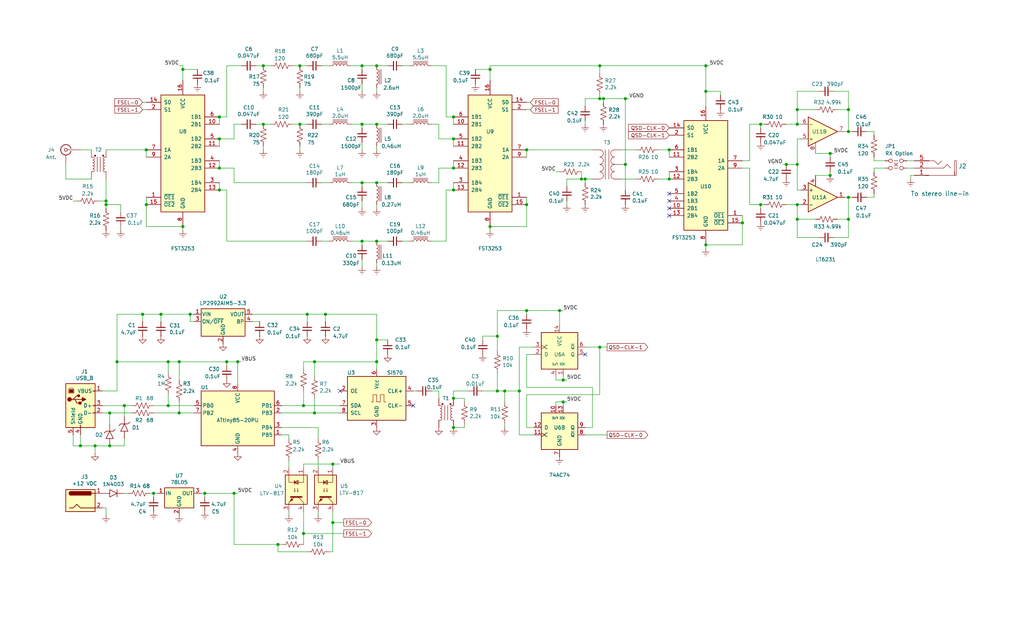
<source format=kicad_sch>
(kicad_sch (version 20211123) (generator eeschema)
  (paper "USLegal")
  (title_block (title "Softrock Ensemble II RX") (company "Notional Radio Manufacturing"))
  (junction (at 182.88 107.95))
  (junction (at 33.02 154.94))
  (junction (at 104.14 43.18))
  (junction (at 180.34 135.89))
  (junction (at 36.83 69.85))
  (junction (at 50.8 52.07))
  (junction (at 172.72 116.84))
  (junction (at 208.28 22.86))
  (junction (at 130.81 63.5))
  (junction (at 78.74 125.73))
  (junction (at 217.17 57.15))
  (junction (at 276.86 43.18))
  (junction (at 170.18 78.74))
  (junction (at 157.48 148.59))
  (junction (at 91.44 22.86))
  (junction (at 245.11 22.86))
  (junction (at 115.57 161.29))
  (junction (at 201.93 62.23))
  (junction (at 82.55 125.73))
  (junction (at 109.22 143.51))
  (junction (at 63.5 24.13))
  (junction (at 115.57 181.61))
  (junction (at 195.58 139.7))
  (junction (at 172.72 135.89))
  (junction (at 208.28 34.29))
  (junction (at 106.68 109.22))
  (junction (at 288.29 53.34))
  (junction (at 27.94 154.94))
  (junction (at 195.58 132.08))
  (junction (at 294.64 68.58))
  (junction (at 53.34 171.45))
  (junction (at 96.52 189.23))
  (junction (at 294.64 76.2))
  (junction (at 105.41 185.42))
  (junction (at 81.28 171.45))
  (junction (at 217.17 34.29))
  (junction (at 157.48 40.64))
  (junction (at 109.22 125.73))
  (junction (at 104.14 22.86))
  (junction (at 62.23 125.73))
  (junction (at 91.44 43.18))
  (junction (at 113.03 109.22))
  (junction (at 232.41 52.07))
  (junction (at 294.64 45.72))
  (junction (at 40.64 125.73))
  (junction (at 245.11 85.09))
  (junction (at 50.8 71.12))
  (junction (at 203.2 62.23))
  (junction (at 125.73 63.5))
  (junction (at 130.81 22.86))
  (junction (at 157.48 58.42))
  (junction (at 182.88 71.12))
  (junction (at 125.73 83.82))
  (junction (at 76.2 40.64))
  (junction (at 264.16 71.12))
  (junction (at 276.86 57.15))
  (junction (at 245.11 31.75))
  (junction (at 175.26 135.89))
  (junction (at 170.18 24.13))
  (junction (at 49.53 109.22))
  (junction (at 232.41 62.23))
  (junction (at 157.48 48.26))
  (junction (at 63.5 78.74))
  (junction (at 130.81 83.82))
  (junction (at 209.55 34.29))
  (junction (at 66.04 109.22))
  (junction (at 43.18 140.97))
  (junction (at 264.16 43.18))
  (junction (at 130.81 118.11))
  (junction (at 130.81 43.18))
  (junction (at 58.42 125.73))
  (junction (at 71.12 171.45))
  (junction (at 276.86 38.1))
  (junction (at 125.73 43.18))
  (junction (at 182.88 52.07))
  (junction (at 76.2 48.26))
  (junction (at 130.81 125.73))
  (junction (at 76.2 58.42))
  (junction (at 257.81 77.47))
  (junction (at 294.64 38.1))
  (junction (at 38.1 154.94))
  (junction (at 76.2 66.04))
  (junction (at 38.1 143.51))
  (junction (at 194.31 107.95))
  (junction (at 157.48 138.43))
  (junction (at 62.23 143.51))
  (junction (at 105.41 140.97))
  (junction (at 157.48 66.04))
  (junction (at 58.42 140.97))
  (junction (at 276.86 76.2))
  (junction (at 55.88 109.22))
  (junction (at 208.28 120.65))
  (junction (at 276.86 71.12))
  (junction (at 288.29 60.96))
  (junction (at 273.05 57.15))
  (junction (at 125.73 22.86))
  (junction (at 36.83 71.12))
  (no_connect (at 232.41 67.31))
  (no_connect (at 143.51 140.97))
  (no_connect (at 118.11 135.89))
  (no_connect (at 203.2 123.19))
  (no_connect (at 232.41 74.93))
  (no_connect (at 232.41 72.39))
  (no_connect (at 232.41 69.85))
  (wire (pts (xy 111.76 63.5) (xy 114.3 63.5)))
  (wire (pts (xy 114.3 191.77) (xy 115.57 191.77)))
  (wire (pts (xy 125.73 22.86) (xy 130.81 22.86)))
  (wire (pts (xy 182.88 71.12) (xy 182.88 78.74)))
  (wire (pts (xy 130.81 63.5) (xy 134.62 63.5)))
  (wire (pts (xy 154.94 40.64) (xy 154.94 22.86)))
  (wire (pts (xy 167.64 116.84) (xy 167.64 118.11)))
  (wire (pts (xy 152.4 135.89) (xy 152.4 138.43)))
  (wire (pts (xy 104.14 22.86) (xy 106.68 22.86)))
  (wire (pts (xy 97.79 148.59) (xy 110.49 148.59)))
  (wire (pts (xy 38.1 143.51) (xy 35.56 143.51)))
  (wire (pts (xy 25.4 154.94) (xy 27.94 154.94)))
  (wire (pts (xy 196.85 64.77) (xy 196.85 62.23)))
  (wire (pts (xy 276.86 71.12) (xy 276.86 76.2)))
  (wire (pts (xy 203.2 34.29) (xy 208.28 34.29)))
  (wire (pts (xy 260.35 71.12) (xy 264.16 71.12)))
  (wire (pts (xy 76.2 58.42) (xy 81.28 58.42)))
  (wire (pts (xy 66.04 111.76) (xy 66.04 109.22)))
  (wire (pts (xy 143.51 135.89) (xy 144.78 135.89)))
  (wire (pts (xy 125.73 69.85) (xy 125.73 72.39)))
  (wire (pts (xy 53.34 140.97) (xy 58.42 140.97)))
  (wire (pts (xy 100.33 177.8) (xy 100.33 179.07)))
  (wire (pts (xy 182.88 109.22) (xy 182.88 107.95)))
  (wire (pts (xy 35.56 140.97) (xy 43.18 140.97)))
  (wire (pts (xy 81.28 58.42) (xy 81.28 63.5)))
  (wire (pts (xy 58.42 140.97) (xy 67.31 140.97)))
  (wire (pts (xy 76.2 50.8) (xy 76.2 48.26)))
  (wire (pts (xy 276.86 71.12) (xy 278.13 71.12)))
  (wire (pts (xy 294.64 68.58) (xy 294.64 76.2)))
  (wire (pts (xy 294.64 45.72) (xy 295.91 45.72)))
  (wire (pts (xy 172.72 107.95) (xy 172.72 116.84)))
  (wire (pts (xy 121.92 22.86) (xy 125.73 22.86)))
  (wire (pts (xy 193.04 59.69) (xy 194.31 59.69)))
  (wire (pts (xy 38.1 147.32) (xy 38.1 143.51)))
  (wire (pts (xy 36.83 69.85) (xy 36.83 71.12)))
  (wire (pts (xy 288.29 53.34) (xy 289.56 53.34)))
  (wire (pts (xy 205.74 134.62) (xy 182.88 134.62)))
  (wire (pts (xy 293.37 68.58) (xy 294.64 68.58)))
  (wire (pts (xy 232.41 62.23) (xy 232.41 59.69)))
  (wire (pts (xy 316.23 60.96) (xy 316.23 62.23)))
  (wire (pts (xy 193.04 140.97) (xy 193.04 139.7)))
  (wire (pts (xy 161.29 147.32) (xy 161.29 148.59)))
  (wire (pts (xy 195.58 139.7) (xy 196.85 139.7)))
  (wire (pts (xy 130.81 125.73) (xy 130.81 128.27)))
  (wire (pts (xy 115.57 177.8) (xy 115.57 181.61)))
  (wire (pts (xy 111.76 22.86) (xy 114.3 22.86)))
  (wire (pts (xy 172.72 116.84) (xy 172.72 121.92)))
  (wire (pts (xy 217.17 34.29) (xy 218.44 34.29)))
  (wire (pts (xy 260.35 58.42) (xy 260.35 71.12)))
  (wire (pts (xy 303.53 68.58) (xy 303.53 67.31)))
  (wire (pts (xy 194.31 107.95) (xy 195.58 107.95)))
  (wire (pts (xy 71.12 172.72) (xy 71.12 171.45)))
  (wire (pts (xy 31.75 62.23) (xy 22.86 62.23)))
  (wire (pts (xy 276.86 43.18) (xy 276.86 38.1)))
  (wire (pts (xy 125.73 63.5) (xy 130.81 63.5)))
  (wire (pts (xy 104.14 50.8) (xy 104.14 52.07)))
  (wire (pts (xy 100.33 160.02) (xy 100.33 162.56)))
  (wire (pts (xy 33.02 154.94) (xy 33.02 157.48)))
  (wire (pts (xy 157.48 43.18) (xy 157.48 40.64)))
  (wire (pts (xy 288.29 54.61) (xy 288.29 53.34)))
  (wire (pts (xy 78.74 66.04) (xy 78.74 83.82)))
  (wire (pts (xy 157.48 63.5) (xy 157.48 66.04)))
  (wire (pts (xy 97.79 189.23) (xy 96.52 189.23)))
  (wire (pts (xy 161.29 138.43) (xy 161.29 139.7)))
  (wire (pts (xy 208.28 34.29) (xy 209.55 34.29)))
  (wire (pts (xy 125.73 44.45) (xy 125.73 43.18)))
  (wire (pts (xy 97.79 143.51) (xy 109.22 143.51)))
  (wire (pts (xy 62.23 22.86) (xy 63.5 22.86)))
  (wire (pts (xy 260.35 55.88) (xy 260.35 43.18)))
  (wire (pts (xy 81.28 48.26) (xy 81.28 43.18)))
  (wire (pts (xy 264.16 72.39) (xy 264.16 71.12)))
  (wire (pts (xy 104.14 43.18) (xy 106.68 43.18)))
  (wire (pts (xy 203.2 151.13) (xy 210.82 151.13)))
  (wire (pts (xy 257.81 58.42) (xy 260.35 58.42)))
  (wire (pts (xy 130.81 30.48) (xy 130.81 31.75)))
  (wire (pts (xy 27.94 52.07) (xy 31.75 52.07)))
  (wire (pts (xy 245.11 36.83) (xy 245.11 31.75)))
  (wire (pts (xy 125.73 24.13) (xy 125.73 22.86)))
  (wire (pts (xy 68.58 24.13) (xy 63.5 24.13)))
  (wire (pts (xy 157.48 148.59) (xy 161.29 148.59)))
  (wire (pts (xy 170.18 27.94) (xy 170.18 24.13)))
  (wire (pts (xy 113.03 109.22) (xy 130.81 109.22)))
  (wire (pts (xy 278.13 43.18) (xy 276.86 43.18)))
  (wire (pts (xy 34.29 69.85) (xy 36.83 69.85)))
  (wire (pts (xy 278.13 48.26) (xy 276.86 48.26)))
  (wire (pts (xy 38.1 154.94) (xy 43.18 154.94)))
  (wire (pts (xy 78.74 40.64) (xy 78.74 22.86)))
  (wire (pts (xy 264.16 43.18) (xy 265.43 43.18)))
  (wire (pts (xy 185.42 120.65) (xy 180.34 120.65)))
  (wire (pts (xy 250.19 33.02) (xy 250.19 31.75)))
  (wire (pts (xy 288.29 59.69) (xy 288.29 60.96)))
  (wire (pts (xy 125.73 85.09) (xy 125.73 83.82)))
  (wire (pts (xy 130.81 50.8) (xy 130.81 52.07)))
  (wire (pts (xy 110.49 160.02) (xy 110.49 162.56)))
  (wire (pts (xy 167.64 135.89) (xy 172.72 135.89)))
  (wire (pts (xy 170.18 24.13) (xy 170.18 22.86)))
  (wire (pts (xy 294.64 31.75) (xy 294.64 38.1)))
  (wire (pts (xy 125.73 49.53) (xy 125.73 52.07)))
  (wire (pts (xy 250.19 31.75) (xy 245.11 31.75)))
  (wire (pts (xy 215.9 57.15) (xy 217.17 57.15)))
  (wire (pts (xy 170.18 78.74) (xy 170.18 80.01)))
  (wire (pts (xy 284.48 31.75) (xy 276.86 31.75)))
  (wire (pts (xy 100.33 151.13) (xy 100.33 152.4)))
  (wire (pts (xy 157.48 135.89) (xy 157.48 138.43)))
  (wire (pts (xy 58.42 125.73) (xy 62.23 125.73)))
  (wire (pts (xy 62.23 139.7) (xy 62.23 143.51)))
  (wire (pts (xy 172.72 107.95) (xy 182.88 107.95)))
  (wire (pts (xy 154.94 66.04) (xy 154.94 83.82)))
  (wire (pts (xy 91.44 43.18) (xy 93.98 43.18)))
  (wire (pts (xy 193.04 139.7) (xy 195.58 139.7)))
  (wire (pts (xy 139.7 22.86) (xy 142.24 22.86)))
  (wire (pts (xy 87.63 109.22) (xy 106.68 109.22)))
  (wire (pts (xy 63.5 22.86) (xy 63.5 24.13)))
  (wire (pts (xy 109.22 143.51) (xy 118.11 143.51)))
  (wire (pts (xy 195.58 132.08) (xy 196.85 132.08)))
  (wire (pts (xy 303.53 54.61) (xy 303.53 55.88)))
  (wire (pts (xy 49.53 111.76) (xy 49.53 109.22)))
  (wire (pts (xy 40.64 125.73) (xy 58.42 125.73)))
  (wire (pts (xy 139.7 43.18) (xy 142.24 43.18)))
  (wire (pts (xy 157.48 55.88) (xy 157.48 58.42)))
  (wire (pts (xy 294.64 68.58) (xy 295.91 68.58)))
  (wire (pts (xy 121.92 43.18) (xy 125.73 43.18)))
  (wire (pts (xy 67.31 143.51) (xy 62.23 143.51)))
  (wire (pts (xy 119.38 181.61) (xy 115.57 181.61)))
  (wire (pts (xy 167.64 116.84) (xy 172.72 116.84)))
  (wire (pts (xy 36.83 52.07) (xy 50.8 52.07)))
  (wire (pts (xy 121.92 63.5) (xy 125.73 63.5)))
  (wire (pts (xy 203.2 63.5) (xy 203.2 62.23)))
  (wire (pts (xy 276.86 66.04) (xy 278.13 66.04)))
  (wire (pts (xy 276.86 48.26) (xy 276.86 57.15)))
  (wire (pts (xy 314.96 58.42) (xy 317.5 58.42)))
  (wire (pts (xy 55.88 109.22) (xy 66.04 109.22)))
  (wire (pts (xy 157.48 138.43) (xy 161.29 138.43)))
  (wire (pts (xy 76.2 63.5) (xy 76.2 66.04)))
  (wire (pts (xy 36.83 71.12) (xy 36.83 72.39)))
  (wire (pts (xy 50.8 54.61) (xy 50.8 52.07)))
  (wire (pts (xy 271.78 57.15) (xy 273.05 57.15)))
  (wire (pts (xy 180.34 151.13) (xy 185.42 151.13)))
  (wire (pts (xy 78.74 22.86) (xy 83.82 22.86)))
  (wire (pts (xy 113.03 111.76) (xy 113.03 109.22)))
  (wire (pts (xy 130.81 71.12) (xy 130.81 72.39)))
  (wire (pts (xy 215.9 52.07) (xy 220.98 52.07)))
  (wire (pts (xy 105.41 125.73) (xy 109.22 125.73)))
  (wire (pts (xy 157.48 48.26) (xy 157.48 50.8)))
  (wire (pts (xy 50.8 71.12) (xy 50.8 78.74)))
  (wire (pts (xy 105.41 128.27) (xy 105.41 125.73)))
  (wire (pts (xy 257.81 55.88) (xy 260.35 55.88)))
  (wire (pts (xy 130.81 118.11) (xy 130.81 125.73)))
  (wire (pts (xy 104.14 30.48) (xy 104.14 31.75)))
  (wire (pts (xy 105.41 162.56) (xy 105.41 161.29)))
  (wire (pts (xy 88.9 43.18) (xy 91.44 43.18)))
  (wire (pts (xy 125.73 29.21) (xy 125.73 31.75)))
  (wire (pts (xy 53.34 172.72) (xy 53.34 171.45)))
  (wire (pts (xy 194.31 113.03) (xy 194.31 107.95)))
  (wire (pts (xy 62.23 143.51) (xy 53.34 143.51)))
  (wire (pts (xy 264.16 44.45) (xy 264.16 43.18)))
  (wire (pts (xy 180.34 120.65) (xy 180.34 135.89)))
  (wire (pts (xy 294.64 76.2) (xy 290.83 76.2)))
  (wire (pts (xy 205.74 148.59) (xy 205.74 134.62)))
  (wire (pts (xy 245.11 31.75) (xy 245.11 22.86)))
  (wire (pts (xy 58.42 137.16) (xy 58.42 140.97)))
  (wire (pts (xy 185.42 148.59) (xy 182.88 148.59)))
  (wire (pts (xy 245.11 22.86) (xy 208.28 22.86)))
  (wire (pts (xy 125.73 64.77) (xy 125.73 63.5)))
  (wire (pts (xy 78.74 127) (xy 78.74 125.73)))
  (wire (pts (xy 81.28 189.23) (xy 96.52 189.23)))
  (wire (pts (xy 208.28 33.02) (xy 208.28 34.29)))
  (wire (pts (xy 273.05 71.12) (xy 276.86 71.12)))
  (wire (pts (xy 63.5 78.74) (xy 63.5 80.01)))
  (wire (pts (xy 81.28 63.5) (xy 106.68 63.5)))
  (wire (pts (xy 303.53 58.42) (xy 307.34 58.42)))
  (wire (pts (xy 162.56 135.89) (xy 157.48 135.89)))
  (wire (pts (xy 78.74 125.73) (xy 82.55 125.73)))
  (wire (pts (xy 209.55 35.56) (xy 209.55 34.29)))
  (wire (pts (xy 149.86 135.89) (xy 152.4 135.89)))
  (wire (pts (xy 182.88 52.07) (xy 205.74 52.07)))
  (wire (pts (xy 66.04 109.22) (xy 67.31 109.22)))
  (wire (pts (xy 193.04 130.81) (xy 193.04 132.08)))
  (wire (pts (xy 43.18 140.97) (xy 43.18 144.78)))
  (wire (pts (xy 196.85 62.23) (xy 201.93 62.23)))
  (wire (pts (xy 182.88 38.1) (xy 184.15 38.1)))
  (wire (pts (xy 273.05 43.18) (xy 276.86 43.18)))
  (wire (pts (xy 97.79 151.13) (xy 100.33 151.13)))
  (wire (pts (xy 149.86 83.82) (xy 154.94 83.82)))
  (wire (pts (xy 109.22 138.43) (xy 109.22 143.51)))
  (wire (pts (xy 257.81 74.93) (xy 257.81 77.47)))
  (wire (pts (xy 52.07 171.45) (xy 53.34 171.45)))
  (wire (pts (xy 203.2 120.65) (xy 208.28 120.65)))
  (wire (pts (xy 264.16 71.12) (xy 265.43 71.12)))
  (wire (pts (xy 284.48 82.55) (xy 276.86 82.55)))
  (wire (pts (xy 314.96 55.88) (xy 317.5 55.88)))
  (wire (pts (xy 35.56 176.53) (xy 36.83 176.53)))
  (wire (pts (xy 172.72 129.54) (xy 172.72 135.89)))
  (wire (pts (xy 203.2 62.23) (xy 205.74 62.23)))
  (wire (pts (xy 115.57 161.29) (xy 105.41 161.29)))
  (wire (pts (xy 180.34 135.89) (xy 180.34 151.13)))
  (wire (pts (xy 293.37 45.72) (xy 294.64 45.72)))
  (wire (pts (xy 300.99 68.58) (xy 303.53 68.58)))
  (wire (pts (xy 130.81 91.44) (xy 130.81 92.71)))
  (wire (pts (xy 35.56 135.89) (xy 40.64 135.89)))
  (wire (pts (xy 130.81 22.86) (xy 134.62 22.86)))
  (wire (pts (xy 115.57 162.56) (xy 115.57 161.29)))
  (wire (pts (xy 276.86 38.1) (xy 283.21 38.1)))
  (wire (pts (xy 317.5 60.96) (xy 316.23 60.96)))
  (wire (pts (xy 40.64 135.89) (xy 40.64 125.73)))
  (wire (pts (xy 49.53 35.56) (xy 50.8 35.56)))
  (wire (pts (xy 228.6 62.23) (xy 232.41 62.23)))
  (wire (pts (xy 289.56 82.55) (xy 294.64 82.55)))
  (wire (pts (xy 27.94 151.13) (xy 27.94 154.94)))
  (wire (pts (xy 245.11 22.86) (xy 246.38 22.86)))
  (wire (pts (xy 36.83 62.23) (xy 36.83 69.85)))
  (wire (pts (xy 195.58 132.08) (xy 195.58 130.81)))
  (wire (pts (xy 196.85 69.85) (xy 196.85 71.12)))
  (wire (pts (xy 111.76 83.82) (xy 114.3 83.82)))
  (wire (pts (xy 41.91 71.12) (xy 36.83 71.12)))
  (wire (pts (xy 110.49 148.59) (xy 110.49 152.4)))
  (wire (pts (xy 130.81 83.82) (xy 134.62 83.82)))
  (wire (pts (xy 43.18 152.4) (xy 43.18 154.94)))
  (wire (pts (xy 71.12 171.45) (xy 81.28 171.45)))
  (wire (pts (xy 49.53 38.1) (xy 50.8 38.1)))
  (wire (pts (xy 50.8 78.74) (xy 63.5 78.74)))
  (wire (pts (xy 45.72 143.51) (xy 38.1 143.51)))
  (wire (pts (xy 149.86 43.18) (xy 152.4 43.18)))
  (wire (pts (xy 152.4 58.42) (xy 152.4 63.5)))
  (wire (pts (xy 208.28 137.16) (xy 208.28 120.65)))
  (wire (pts (xy 33.02 154.94) (xy 38.1 154.94)))
  (wire (pts (xy 121.92 83.82) (xy 125.73 83.82)))
  (wire (pts (xy 182.88 52.07) (xy 182.88 54.61)))
  (wire (pts (xy 69.85 171.45) (xy 71.12 171.45)))
  (wire (pts (xy 182.88 35.56) (xy 184.15 35.56)))
  (wire (pts (xy 49.53 109.22) (xy 55.88 109.22)))
  (wire (pts (xy 208.28 120.65) (xy 210.82 120.65)))
  (wire (pts (xy 228.6 52.07) (xy 232.41 52.07)))
  (wire (pts (xy 76.2 55.88) (xy 76.2 58.42)))
  (wire (pts (xy 294.64 82.55) (xy 294.64 76.2)))
  (wire (pts (xy 149.86 22.86) (xy 154.94 22.86)))
  (wire (pts (xy 62.23 125.73) (xy 78.74 125.73)))
  (wire (pts (xy 27.94 154.94) (xy 33.02 154.94)))
  (wire (pts (xy 195.58 139.7) (xy 195.58 140.97)))
  (wire (pts (xy 91.44 22.86) (xy 93.98 22.86)))
  (wire (pts (xy 40.64 109.22) (xy 49.53 109.22)))
  (wire (pts (xy 139.7 63.5) (xy 142.24 63.5)))
  (wire (pts (xy 109.22 125.73) (xy 109.22 130.81)))
  (wire (pts (xy 26.67 69.85) (xy 25.4 69.85)))
  (wire (pts (xy 36.83 176.53) (xy 36.83 179.07)))
  (wire (pts (xy 87.63 111.76) (xy 90.17 111.76)))
  (wire (pts (xy 40.64 125.73) (xy 40.64 109.22)))
  (wire (pts (xy 203.2 148.59) (xy 205.74 148.59)))
  (wire (pts (xy 81.28 171.45) (xy 82.55 171.45)))
  (wire (pts (xy 182.88 78.74) (xy 170.18 78.74)))
  (wire (pts (xy 257.81 85.09) (xy 245.11 85.09)))
  (wire (pts (xy 81.28 43.18) (xy 83.82 43.18)))
  (wire (pts (xy 289.56 31.75) (xy 294.64 31.75)))
  (wire (pts (xy 294.64 38.1) (xy 290.83 38.1)))
  (wire (pts (xy 217.17 57.15) (xy 217.17 66.04)))
  (wire (pts (xy 276.86 57.15) (xy 276.86 66.04)))
  (wire (pts (xy 134.62 118.11) (xy 130.81 118.11)))
  (wire (pts (xy 105.41 185.42) (xy 119.38 185.42)))
  (wire (pts (xy 55.88 111.76) (xy 55.88 109.22)))
  (wire (pts (xy 283.21 60.96) (xy 288.29 60.96)))
  (wire (pts (xy 170.18 22.86) (xy 208.28 22.86)))
  (wire (pts (xy 175.26 147.32) (xy 175.26 148.59)))
  (wire (pts (xy 294.64 45.72) (xy 294.64 38.1)))
  (wire (pts (xy 105.41 185.42) (xy 105.41 189.23)))
  (wire (pts (xy 88.9 22.86) (xy 91.44 22.86)))
  (wire (pts (xy 110.49 177.8) (xy 110.49 179.07)))
  (wire (pts (xy 217.17 34.29) (xy 217.17 57.15)))
  (wire (pts (xy 76.2 66.04) (xy 78.74 66.04)))
  (wire (pts (xy 209.55 34.29) (xy 217.17 34.29)))
  (wire (pts (xy 175.26 139.7) (xy 175.26 135.89)))
  (wire (pts (xy 139.7 83.82) (xy 142.24 83.82)))
  (wire (pts (xy 130.81 43.18) (xy 134.62 43.18)))
  (wire (pts (xy 303.53 59.69) (xy 303.53 58.42)))
  (wire (pts (xy 82.55 125.73) (xy 83.82 125.73)))
  (wire (pts (xy 201.93 59.69) (xy 201.93 62.23)))
  (wire (pts (xy 91.44 50.8) (xy 91.44 52.07)))
  (wire (pts (xy 273.05 57.15) (xy 276.86 57.15)))
  (wire (pts (xy 203.2 41.91) (xy 203.2 43.18)))
  (wire (pts (xy 245.11 86.36) (xy 245.11 85.09)))
  (wire (pts (xy 182.88 137.16) (xy 208.28 137.16)))
  (wire (pts (xy 182.88 107.95) (xy 194.31 107.95)))
  (wire (pts (xy 215.9 62.23) (xy 220.98 62.23)))
  (wire (pts (xy 106.68 191.77) (xy 96.52 191.77)))
  (wire (pts (xy 76.2 40.64) (xy 78.74 40.64)))
  (wire (pts (xy 208.28 25.4) (xy 208.28 22.86)))
  (wire (pts (xy 303.53 45.72) (xy 303.53 46.99)))
  (wire (pts (xy 82.55 125.73) (xy 82.55 133.35)))
  (wire (pts (xy 232.41 52.07) (xy 232.41 54.61)))
  (wire (pts (xy 152.4 48.26) (xy 157.48 48.26)))
  (wire (pts (xy 67.31 111.76) (xy 66.04 111.76)))
  (wire (pts (xy 175.26 135.89) (xy 180.34 135.89)))
  (wire (pts (xy 109.22 125.73) (xy 130.81 125.73)))
  (wire (pts (xy 157.48 66.04) (xy 154.94 66.04)))
  (wire (pts (xy 118.11 161.29) (xy 115.57 161.29)))
  (wire (pts (xy 149.86 63.5) (xy 152.4 63.5)))
  (wire (pts (xy 276.86 31.75) (xy 276.86 38.1)))
  (wire (pts (xy 105.41 140.97) (xy 118.11 140.97)))
  (wire (pts (xy 22.86 62.23) (xy 22.86 57.15)))
  (wire (pts (xy 105.41 135.89) (xy 105.41 140.97)))
  (wire (pts (xy 182.88 134.62) (xy 182.88 123.19)))
  (wire (pts (xy 193.04 132.08) (xy 195.58 132.08)))
  (wire (pts (xy 201.93 62.23) (xy 203.2 62.23)))
  (wire (pts (xy 76.2 43.18) (xy 76.2 40.64)))
  (wire (pts (xy 172.72 135.89) (xy 175.26 135.89)))
  (wire (pts (xy 303.53 55.88) (xy 307.34 55.88)))
  (wire (pts (xy 300.99 45.72) (xy 303.53 45.72)))
  (wire (pts (xy 130.81 109.22) (xy 130.81 118.11)))
  (wire (pts (xy 182.88 123.19) (xy 185.42 123.19)))
  (wire (pts (xy 111.76 43.18) (xy 114.3 43.18)))
  (wire (pts (xy 81.28 189.23) (xy 81.28 171.45)))
  (wire (pts (xy 203.2 36.83) (xy 203.2 34.29)))
  (wire (pts (xy 182.88 148.59) (xy 182.88 137.16)))
  (wire (pts (xy 41.91 78.74) (xy 41.91 80.01)))
  (wire (pts (xy 41.91 73.66) (xy 41.91 71.12)))
  (wire (pts (xy 97.79 140.97) (xy 105.41 140.97)))
  (wire (pts (xy 260.35 43.18) (xy 264.16 43.18)))
  (wire (pts (xy 96.52 189.23) (xy 96.52 191.77)))
  (wire (pts (xy 165.1 24.13) (xy 170.18 24.13)))
  (wire (pts (xy 106.68 109.22) (xy 113.03 109.22)))
  (wire (pts (xy 101.6 43.18) (xy 104.14 43.18)))
  (wire (pts (xy 152.4 43.18) (xy 152.4 48.26)))
  (wire (pts (xy 53.34 171.45) (xy 54.61 171.45)))
  (wire (pts (xy 105.41 177.8) (xy 105.41 185.42)))
  (wire (pts (xy 43.18 171.45) (xy 44.45 171.45)))
  (wire (pts (xy 106.68 111.76) (xy 106.68 109.22)))
  (wire (pts (xy 78.74 83.82) (xy 106.68 83.82)))
  (wire (pts (xy 157.48 58.42) (xy 152.4 58.42)))
  (wire (pts (xy 125.73 83.82) (xy 130.81 83.82)))
  (wire (pts (xy 157.48 40.64) (xy 154.94 40.64)))
  (wire (pts (xy 276.86 76.2) (xy 283.21 76.2)))
  (wire (pts (xy 43.18 140.97) (xy 45.72 140.97)))
  (wire (pts (xy 76.2 48.26) (xy 81.28 48.26)))
  (wire (pts (xy 115.57 181.61) (xy 115.57 191.77)))
  (wire (pts (xy 58.42 129.54) (xy 58.42 125.73)))
  (wire (pts (xy 257.81 77.47) (xy 257.81 85.09)))
  (wire (pts (xy 276.86 82.55) (xy 276.86 76.2)))
  (wire (pts (xy 125.73 43.18) (xy 130.81 43.18)))
  (wire (pts (xy 91.44 30.48) (xy 91.44 31.75)))
  (wire (pts (xy 62.23 132.08) (xy 62.23 125.73)))
  (wire (pts (xy 101.6 22.86) (xy 104.14 22.86)))
  (wire (pts (xy 182.88 68.58) (xy 182.88 71.12)))
  (wire (pts (xy 63.5 24.13) (xy 63.5 27.94)))
  (wire (pts (xy 50.8 68.58) (xy 50.8 71.12)))
  (wire (pts (xy 25.4 151.13) (xy 25.4 154.94)))
  (wire (pts (xy 125.73 90.17) (xy 125.73 92.71)))
  (wire (pts (xy 283.21 53.34) (xy 288.29 53.34)))
  (label "VGND" (at 271.78 57.15 180))
  (label "5VDC" (at 25.4 69.85 180))
  (label "5VDC" (at 246.38 22.86 0))
  (label "VGND" (at 218.44 34.29 0))
  (label "VBUS" (at 83.82 125.73 0))
  (label "VBUS" (at 118.11 161.29 0))
  (label "5VDC" (at 82.55 171.45 0))
  (label "5VDC" (at 289.56 53.34 0))
  (label "5VDC" (at 62.23 22.86 180))
  (label "5VDC" (at 196.85 132.08 0))
  (label "5VDC" (at 193.04 59.69 180))
  (label "5VDC" (at 196.85 139.7 0))
  (label "5VDC" (at 195.58 107.95 0))
  (global_label "QSD-CLK-1" (shape input) (at 232.41 46.99 180) (property "Intersheet References" "${INTERSHEET_REFS}" (effects hide)))
  (global_label "FSEL-1" (shape output) (at 119.38 185.42 0) (property "Intersheet References" "${INTERSHEET_REFS}" (effects hide)))
  (global_label "FSEL-1" (shape input) (at 184.15 38.1 0) (property "Intersheet References" "${INTERSHEET_REFS}" (effects hide)))
  (global_label "FSEL-0" (shape input) (at 49.53 35.56 180) (property "Intersheet References" "${INTERSHEET_REFS}" (effects hide)))
  (global_label "QSD-CLK-0" (shape input) (at 232.41 44.45 180) (property "Intersheet References" "${INTERSHEET_REFS}" (effects hide)))
  (global_label "FSEL-1" (shape input) (at 49.53 38.1 180) (property "Intersheet References" "${INTERSHEET_REFS}" (effects hide)))
  (global_label "FSEL-0" (shape output) (at 119.38 181.61 0) (property "Intersheet References" "${INTERSHEET_REFS}" (effects hide)))
  (global_label "FSEL-0" (shape input) (at 184.15 35.56 0) (property "Intersheet References" "${INTERSHEET_REFS}" (effects hide)))
  (global_label "QSD-CLK-0" (shape output) (at 210.82 151.13 0) (property "Intersheet References" "${INTERSHEET_REFS}" (effects hide)))
  (global_label "QSD-CLK-1" (shape output) (at 210.82 120.65 0) (property "Intersheet References" "${INTERSHEET_REFS}" (effects hide)))
  (symbol (lib_id "Device:R_US") (at 105.41 132.08 0) (unit 1)
    (property "Reference" "R8" (at 99.06 130.81 0) (effects (justify left)))
    (property "Value" "2.2k" (at 99.06 133.35 0) (effects (justify left)))
  )
  (symbol (lib_id "Device:C_Small") (at 49.53 114.3 0) (unit 1)
    (property "Reference" "C1" (at 44.45 113.03 0) (effects (justify left)))
    (property "Value" "4.7uF" (at 41.91 115.57 0) (effects (justify left)))
  )
  (symbol (lib_id "RadioParts:ATtiny85-FIXED-20PU") (at 82.55 148.59 0) (unit 1)
    (property "Reference" "U1" (at 71.12 134.62 0))
    (property "Value" "ATtiny85-20PU" (at 82.55 146.05 0))
    (property "Footprint" "Package_DIP:DIP-8_W7.62mm" (effects hide))
  )
  (symbol (lib_id "Regulator_Linear:LP2985-3.3") (at 77.47 111.76 0) (unit 1)
    (property "Reference" "U2" (at 77.47 103.0732 0))
    (property "Value" "LP2992AIM5-3.3" (at 77.47 105.3846 0))
    (property "Footprint" "Package_TO_SOT_SMD:SOT-23-5" (effects hide))
    (property "Datasheet" "http://www.ti.com/lit/ds/symlink/lp2985.pdf" (effects hide))
  )
  (symbol (lib_id "Oscillator:Si570") (at 130.81 138.43 0) (unit 1)
    (property "Reference" "U3" (at 121.92 129.54 0))
    (property "Value" "Si570" (at 137.16 129.54 0))
    (property "Footprint" "Oscillator:Oscillator_SMD_SI570_SI571_Standard" (effects hide))
    (property "Datasheet" "http://www.silabs.com/Support%20Documents/TechnicalDocs/si570.pdf" (effects hide))
  )
  (symbol (lib_id "Connector:USB_B") (at 27.94 140.97 0) (unit 1)
    (property "Reference" "J1" (at 29.3878 129.1082 0))
    (property "Value" "USB_B" (at 29.3878 131.4196 0))
    (property "Datasheet" " ~" (effects hide))
  )
  (symbol (lib_id "RadioParts:D_Zener") (at 38.1 151.13 270) (unit 1)
    (property "Reference" "D2" (at 33.02 151.13 90) (effects (justify left)))
    (property "Value" "D_Zener" (effects hide))
  )
  (symbol (lib_id "RadioParts:D_Zener") (at 43.18 148.59 270) (unit 1)
    (property "Reference" "D1" (at 45.8216 148.59 90) (effects (justify left)))
    (property "Value" "D_Zener" (effects hide))
  )
  (symbol (lib_id "Device:R_US") (at 49.53 140.97 270) (unit 1)
    (property "Reference" "R1" (at 48.26 138.43 90))
    (property "Value" "68" (at 52.07 138.43 90))
  )
  (symbol (lib_id "Device:R_US") (at 49.53 143.51 270) (unit 1)
    (property "Reference" "R2" (at 48.26 146.05 90))
    (property "Value" "68" (at 52.07 146.05 90))
  )
  (symbol (lib_id "Device:C_Small") (at 55.88 114.3 0) (unit 1)
    (property "Reference" "C31" (at 58.801 113.1316 0) (effects (justify left)))
    (property "Value" "0.1uF" (at 58.801 115.443 0) (effects (justify left)))
  )
  (symbol (lib_id "Device:C_Small") (at 90.17 114.3 0) (unit 1)
    (property "Reference" "C32" (at 92.71 113.03 0) (effects (justify left)))
    (property "Value" "0.1uF" (at 92.71 115.57 0) (effects (justify left)))
  )
  (symbol (lib_id "power:GND") (at 130.81 148.59 0) (unit 1)
    (property "Reference" "#PWR0101" (effects hide))
    (property "Value" "GND" (effects hide))
  )
  (symbol (lib_id "power:GND") (at 49.53 116.84 0) (unit 1)
    (property "Reference" "#PWR0102" (effects hide))
    (property "Value" "GND" (effects hide))
  )
  (symbol (lib_id "power:GND") (at 55.88 116.84 0) (unit 1)
    (property "Reference" "#PWR0103" (effects hide))
    (property "Value" "GND" (effects hide))
  )
  (symbol (lib_id "power:GND") (at 90.17 116.84 0) (unit 1)
    (property "Reference" "#PWR0104" (effects hide))
    (property "Value" "GND" (effects hide))
  )
  (symbol (lib_id "power:GND") (at 82.55 157.48 0) (unit 1)
    (property "Reference" "#PWR0105" (effects hide))
    (property "Value" "GND" (effects hide))
  )
  (symbol (lib_id "RadioParts:RF_Transformer") (at 154.94 143.51 270) (unit 1)
    (property "Reference" "T1" (at 153.67 138.43 90) (effects (justify left)))
    (property "Value" "RF_Transformer" (effects hide))
  )
  (symbol (lib_id "Device:R_US") (at 161.29 143.51 0) (unit 1)
    (property "Reference" "R9" (at 163.0172 142.3416 0) (effects (justify left)))
    (property "Value" "2.2k" (at 163.0172 144.653 0) (effects (justify left)))
  )
  (symbol (lib_id "Device:C_Small") (at 106.68 114.3 0) (unit 1)
    (property "Reference" "C34" (at 100.33 114.3 0) (effects (justify left)))
    (property "Value" "0.1uF" (at 99.06 116.84 0) (effects (justify left)))
  )
  (symbol (lib_id "power:GND") (at 106.68 116.84 0) (unit 1)
    (property "Reference" "#PWR0111" (effects hide))
    (property "Value" "GND" (effects hide))
  )
  (symbol (lib_id "Device:C_Small") (at 113.03 114.3 0) (unit 1)
    (property "Reference" "C2" (at 115.57 114.3 0) (effects (justify left)))
    (property "Value" "4.7uF" (at 115.57 116.84 0) (effects (justify left)))
  )
  (symbol (lib_id "power:GND") (at 113.03 116.84 0) (unit 1)
    (property "Reference" "#PWR0108" (effects hide))
    (property "Value" "GND" (effects hide))
  )
  (symbol (lib_id "power:GND") (at 152.4 148.59 0) (unit 1)
    (property "Reference" "#PWR0106" (effects hide))
    (property "Value" "GND" (effects hide))
  )
  (symbol (lib_id "power:Earth") (at 157.48 148.59 0) (unit 1)
    (property "Reference" "#PWR0113" (effects hide))
    (property "Value" "Earth" (effects hide))
  )
  (symbol (lib_id "Device:R_US") (at 62.23 135.89 0) (unit 1)
    (property "Reference" "R3" (at 63.5 133.35 0) (effects (justify left)))
    (property "Value" "2.2k" (at 63.5 135.89 0) (effects (justify left)))
  )
  (symbol (lib_id "Device:R_US") (at 58.42 133.35 0) (unit 1)
    (property "Reference" "R4" (at 54.61 130.81 0) (effects (justify left)))
    (property "Value" "1M" (at 54.61 133.35 0) (effects (justify left)))
  )
  (symbol (lib_id "Device:C_Small") (at 165.1 135.89 90) (unit 1)
    (property "Reference" "C3" (at 166.37 130.81 90) (effects (justify left)))
    (property "Value" "0.01uF" (at 165.1 133.35 90))
  )
  (symbol (lib_id "RadioParts:74AC74") (at 194.31 121.92 0) (unit 1)
    (property "Reference" "U6" (at 194.31 123.19 0))
    (property "Value" "74AC74" (effects hide))
  )
  (symbol (lib_id "RadioParts:74AC74") (at 194.31 149.86 0) (unit 2)
    (property "Reference" "U6" (at 194.31 148.59 0))
    (property "Value" "74AC74" (at 194.31 165.1 0))
  )
  (symbol (lib_id "Device:R_US") (at 172.72 125.73 0) (unit 1)
    (property "Reference" "R10" (at 174.4472 124.5616 0) (effects (justify left)))
    (property "Value" "10k" (at 174.4472 126.873 0) (effects (justify left)))
  )
  (symbol (lib_id "Device:R_US") (at 109.22 134.62 0) (unit 1)
    (property "Reference" "R7" (at 110.9472 133.4516 0) (effects (justify left)))
    (property "Value" "2.2k" (at 110.9472 135.763 0) (effects (justify left)))
  )
  (symbol (lib_id "Device:R_US") (at 175.26 143.51 0) (unit 1)
    (property "Reference" "R11" (at 170.18 142.24 0) (effects (justify left)))
    (property "Value" "10k" (at 170.18 144.78 0) (effects (justify left)))
  )
  (symbol (lib_id "power:Earth") (at 175.26 148.59 0) (unit 1)
    (property "Reference" "#PWR0114" (effects hide))
    (property "Value" "Earth" (effects hide))
  )
  (symbol (lib_id "power:GND") (at 77.47 119.38 0) (unit 1)
    (property "Reference" "#PWR0107" (effects hide))
    (property "Value" "GND" (effects hide))
  )
  (symbol (lib_id "power:Earth") (at 194.31 158.75 0) (unit 1)
    (property "Reference" "#PWR0116" (effects hide))
    (property "Value" "Earth" (effects hide))
  )
  (symbol (lib_id "power:Earth") (at 182.88 114.3 0) (unit 1)
    (property "Reference" "#PWR0117" (effects hide))
    (property "Value" "Earth" (effects hide))
  )
  (symbol (lib_id "Isolator:LTV-817") (at 102.87 170.18 270) (unit 1)
    (property "Reference" "U4" (at 95.25 168.91 90) (effects (justify left)))
    (property "Value" "LTV-817" (at 90.17 171.45 90) (effects (justify left)))
    (property "Footprint" "Package_DIP:DIP-4_W7.62mm" (effects hide))
    (property "Datasheet" "http://www.us.liteon.com/downloads/LTV-817-827-847.PDF" (effects hide))
  )
  (symbol (lib_id "Isolator:LTV-817") (at 113.03 170.18 270) (unit 1)
    (property "Reference" "U5" (at 118.11 168.91 90) (effects (justify left)))
    (property "Value" "LTV-817" (at 117.8052 171.323 90) (effects (justify left)))
    (property "Footprint" "Package_DIP:DIP-4_W7.62mm" (effects hide))
    (property "Datasheet" "http://www.us.liteon.com/downloads/LTV-817-827-847.PDF" (effects hide))
  )
  (symbol (lib_id "Device:C_Small") (at 109.22 22.86 270)
    (property "Reference" "C7" (at 109.22 17.0434 90))
    (property "Value" "680pF" (at 109.22 19.3548 90))
  )
  (symbol (lib_id "RadioParts:L_Core_Iron") (at 118.11 22.86 90)
    (property "Reference" "L1" (at 118.11 17.653 90))
    (property "Value" "5.5uH" (at 118.11 19.9644 90))
  )
  (symbol (lib_id "RadioParts:L_Core_Iron") (at 130.81 26.67 0)
    (property "Reference" "L2" (at 134.62 27.94 0))
    (property "Value" "2.6uH" (at 135.89 30.48 0))
  )
  (symbol (lib_id "Device:C_Small") (at 137.16 22.86 270)
    (property "Reference" "C9" (at 137.16 17.0434 90))
    (property "Value" "680pF" (at 137.16 19.3548 90))
  )
  (symbol (lib_id "RadioParts:L_Core_Iron") (at 146.05 22.86 90)
    (property "Reference" "L3" (at 146.05 17.653 90))
    (property "Value" "5.5uH" (at 146.05 19.9644 90))
  )
  (symbol (lib_id "Device:C_Small") (at 125.73 26.67 180)
    (property "Reference" "C8" (at 121.92 27.94 0))
    (property "Value" "1500pF" (at 121.92 30.48 0))
  )
  (symbol (lib_id "power:Earth") (at 125.73 31.75 0)
    (property "Reference" "#PWR013" (effects hide))
    (property "Value" "Earth" (effects hide))
  )
  (symbol (lib_id "power:Earth") (at 130.81 31.75 0)
    (property "Reference" "#PWR017" (effects hide))
    (property "Value" "Earth" (effects hide))
  )
  (symbol (lib_id "Device:R_US") (at 91.44 26.67 0)
    (property "Reference" "R17" (at 86.36 26.67 0) (effects (justify left)))
    (property "Value" "75" (at 87.63 29.21 0) (effects (justify left)))
  )
  (symbol (lib_id "Device:R_US") (at 97.79 22.86 270)
    (property "Reference" "R18" (at 95.25 17.78 90) (effects (justify left)))
    (property "Value" "120" (at 95.25 20.32 90) (effects (justify left)))
  )
  (symbol (lib_id "Device:R_US") (at 104.14 26.67 0)
    (property "Reference" "R19" (at 105.41 26.67 0) (effects (justify left)))
    (property "Value" "75" (at 105.41 29.21 0) (effects (justify left)))
  )
  (symbol (lib_id "Device:C_Small") (at 86.36 22.86 270)
    (property "Reference" "C6" (at 86.36 17.0434 90))
    (property "Value" "0.047uF" (at 86.36 19.3548 90))
  )
  (symbol (lib_id "power:Earth") (at 91.44 31.75 0)
    (property "Reference" "#PWR09" (effects hide))
    (property "Value" "Earth" (effects hide))
  )
  (symbol (lib_id "power:Earth") (at 104.14 31.75 0)
    (property "Reference" "#PWR011" (effects hide))
    (property "Value" "Earth" (effects hide))
  )
  (symbol (lib_id "RadioParts:FST3253") (at 170.18 53.34 0)
    (property "Reference" "U9" (at 170.18 45.72 0))
    (property "Value" "FST3253" (at 170.18 86.36 0))
    (property "Datasheet" "http://www.ti.com/lit/gpn/sn74LS352" (effects hide))
  )
  (symbol (lib_id "Device:C_Small") (at 109.22 83.82 270)
    (property "Reference" "C17" (at 109.22 78.0034 90))
    (property "Value" "100pF" (at 109.22 80.3148 90))
  )
  (symbol (lib_id "RadioParts:L_Core_Iron") (at 118.11 83.82 90)
    (property "Reference" "L10" (at 118.11 78.613 90))
    (property "Value" "0.46uH" (at 118.11 80.9244 90))
  )
  (symbol (lib_id "RadioParts:L_Core_Iron") (at 130.81 87.63 0)
    (property "Reference" "L11" (at 134.62 88.9 0))
    (property "Value" "0.13uH" (at 135.89 91.44 0))
  )
  (symbol (lib_id "Device:C_Small") (at 137.16 83.82 270)
    (property "Reference" "C19" (at 137.16 78.0034 90))
    (property "Value" "100pF" (at 137.16 80.3148 90))
  )
  (symbol (lib_id "RadioParts:L_Core_Iron") (at 146.05 83.82 90)
    (property "Reference" "L12" (at 146.05 78.613 90))
    (property "Value" "0.46uH" (at 146.05 80.9244 90))
  )
  (symbol (lib_id "Device:C_Small") (at 125.73 87.63 180)
    (property "Reference" "C10" (at 121.92 88.9 0))
    (property "Value" "330pF" (at 121.92 91.44 0))
  )
  (symbol (lib_id "power:Earth") (at 125.73 92.71 0)
    (property "Reference" "#PWR016" (effects hide))
    (property "Value" "Earth" (effects hide))
  )
  (symbol (lib_id "power:Earth") (at 130.81 92.71 0)
    (property "Reference" "#PWR020" (effects hide))
    (property "Value" "Earth" (effects hide))
  )
  (symbol (lib_id "Device:C_Small") (at 109.22 43.18 270)
    (property "Reference" "C11" (at 109.22 37.3634 90))
    (property "Value" "390pF" (at 109.22 39.6748 90))
  )
  (symbol (lib_id "RadioParts:L_Core_Iron") (at 118.11 43.18 90)
    (property "Reference" "L4" (at 118.11 37.973 90))
    (property "Value" "2.0uH" (at 118.11 40.2844 90))
  )
  (symbol (lib_id "RadioParts:L_Core_Iron") (at 130.81 46.99 0)
    (property "Reference" "L5" (at 134.62 48.26 0))
    (property "Value" "0.46uH" (at 135.89 50.8 0))
  )
  (symbol (lib_id "Device:C_Small") (at 137.16 43.18 270)
    (property "Reference" "C13" (at 137.16 37.3634 90))
    (property "Value" "390pF" (at 137.16 39.6748 90))
  )
  (symbol (lib_id "RadioParts:L_Core_Iron") (at 146.05 43.18 90)
    (property "Reference" "L6" (at 146.05 37.973 90))
    (property "Value" "2.0uH" (at 146.05 40.2844 90))
  )
  (symbol (lib_id "Device:C_Small") (at 125.73 46.99 180)
    (property "Reference" "C12" (at 121.92 48.26 0))
    (property "Value" "1500pF" (at 121.92 50.8 0))
  )
  (symbol (lib_id "power:Earth") (at 125.73 52.07 0)
    (property "Reference" "#PWR014" (effects hide))
    (property "Value" "Earth" (effects hide))
  )
  (symbol (lib_id "power:Earth") (at 130.81 52.07 0)
    (property "Reference" "#PWR018" (effects hide))
    (property "Value" "Earth" (effects hide))
  )
  (symbol (lib_id "Device:R_US") (at 91.44 46.99 0)
    (property "Reference" "R20" (at 86.36 46.99 0) (effects (justify left)))
    (property "Value" "75" (at 87.63 49.53 0) (effects (justify left)))
  )
  (symbol (lib_id "Device:R_US") (at 97.79 43.18 270)
    (property "Reference" "R21" (at 96.52 38.1 90) (effects (justify left)))
    (property "Value" "120" (at 96.52 40.64 90) (effects (justify left)))
  )
  (symbol (lib_id "Device:R_US") (at 104.14 46.99 0)
    (property "Reference" "R22" (at 106.68 46.99 0) (effects (justify left)))
    (property "Value" "75" (at 106.68 49.53 0) (effects (justify left)))
  )
  (symbol (lib_id "Device:C_Small") (at 86.36 43.18 270)
    (property "Reference" "C10" (at 86.36 37.3634 90))
    (property "Value" "0.047uF" (at 86.36 39.6748 90))
  )
  (symbol (lib_id "power:Earth") (at 91.44 52.07 0)
    (property "Reference" "#PWR010" (effects hide))
    (property "Value" "Earth" (effects hide))
  )
  (symbol (lib_id "power:Earth") (at 104.14 52.07 0)
    (property "Reference" "#PWR012" (effects hide))
    (property "Value" "Earth" (effects hide))
  )
  (symbol (lib_id "Device:C_Small") (at 109.22 63.5 270)
    (property "Reference" "C14" (at 109.22 57.6834 90))
    (property "Value" "180pF" (at 109.22 59.9948 90))
  )
  (symbol (lib_id "RadioParts:L_Core_Iron") (at 118.11 63.5 90)
    (property "Reference" "L7" (at 118.11 58.293 90))
    (property "Value" "1uH" (at 118.11 60.6044 90))
  )
  (symbol (lib_id "RadioParts:L_Core_Iron") (at 130.81 67.31 0)
    (property "Reference" "L8" (at 134.62 68.58 0))
    (property "Value" "0.27uH" (at 135.89 71.12 0))
  )
  (symbol (lib_id "Device:C_Small") (at 137.16 63.5 270)
    (property "Reference" "C16" (at 137.16 57.6834 90))
    (property "Value" "180pF" (at 137.16 59.9948 90))
  )
  (symbol (lib_id "RadioParts:L_Core_Iron") (at 146.05 63.5 90)
    (property "Reference" "L9" (at 146.05 58.293 90))
    (property "Value" "1uH" (at 146.05 60.6044 90))
  )
  (symbol (lib_id "Device:C_Small") (at 125.73 67.31 180)
    (property "Reference" "C15" (at 121.92 68.58 0))
    (property "Value" "680pF" (at 121.92 71.12 0))
  )
  (symbol (lib_id "power:Earth") (at 125.73 72.39 0)
    (property "Reference" "#PWR015" (effects hide))
    (property "Value" "Earth" (effects hide))
  )
  (symbol (lib_id "power:Earth") (at 130.81 72.39 0)
    (property "Reference" "#PWR019" (effects hide))
    (property "Value" "Earth" (effects hide))
  )
  (symbol (lib_id "power:Earth") (at 63.5 80.01 0)
    (property "Reference" "#PWR06" (effects hide))
    (property "Value" "Earth" (effects hide))
  )
  (symbol (lib_id "power:Earth") (at 170.18 80.01 0)
    (property "Reference" "#PWR022" (effects hide))
    (property "Value" "Earth" (effects hide))
  )
  (symbol (lib_id "RadioParts:Conn_Coaxial") (at 22.86 52.07 0) (mirror y)
    (property "Reference" "J4" (at 17.78 52.07 0))
    (property "Value" "Ant." (at 17.78 54.61 0))
    (property "Datasheet" " ~" (effects hide))
  )
  (symbol (lib_id "RadioParts:RF_Transformer") (at 34.29 57.15 270)
    (property "Reference" "T2" (at 33.02 52.07 90) (effects (justify left)))
    (property "Value" "RF_Transformer" (effects hide))
  )
  (symbol (lib_id "Device:R_US") (at 36.83 76.2 0)
    (property "Reference" "R16" (at 33.02 74.93 0))
    (property "Value" "2.2k" (at 33.02 77.47 0))
  )
  (symbol (lib_id "power:Earth") (at 36.83 80.01 0) (mirror y)
    (property "Reference" "#PWR02" (effects hide))
    (property "Value" "Earth" (effects hide))
  )
  (symbol (lib_id "Device:R_US") (at 30.48 69.85 90)
    (property "Reference" "R15" (at 30.48 64.77 90))
    (property "Value" "2.2k" (at 30.48 67.31 90))
  )
  (symbol (lib_id "Device:C_Small") (at 41.91 76.2 0) (mirror x)
    (property "Reference" "C37" (at 45.72 74.93 0))
    (property "Value" "0.1uF" (at 46.99 77.47 0))
  )
  (symbol (lib_id "power:Earth") (at 41.91 80.01 0) (mirror y)
    (property "Reference" "#PWR03" (effects hide))
    (property "Value" "Earth" (effects hide))
  )
  (symbol (lib_id "Device:C_Small") (at 68.58 26.67 180)
    (property "Reference" "C38" (at 72.39 25.4 0))
    (property "Value" "0.1uF" (at 73.66 27.94 0))
  )
  (symbol (lib_id "Device:C_Small") (at 165.1 26.67 180)
    (property "Reference" "C39" (at 161.29 25.4 0))
    (property "Value" "0.1uF" (at 160.02 27.94 0))
  )
  (symbol (lib_id "power:Earth") (at 68.58 29.21 0)
    (property "Reference" "#PWR08" (effects hide))
    (property "Value" "Earth" (effects hide))
  )
  (symbol (lib_id "power:Earth") (at 165.1 29.21 0)
    (property "Reference" "#PWR021" (effects hide))
    (property "Value" "Earth" (effects hide))
  )
  (symbol (lib_id "RadioParts:FST3253") (at 63.5 53.34 0) (mirror y)
    (property "Reference" "U8" (at 63.5 45.72 0))
    (property "Value" "FST3253" (at 63.5 86.36 0))
    (property "Datasheet" "http://www.ti.com/lit/gpn/sn74LS352" (effects hide))
  )
  (symbol (lib_id "Device:R_US") (at 100.33 156.21 0) (unit 1)
    (property "Reference" "R5" (at 101.6 153.67 0) (effects (justify left)))
    (property "Value" "2.2k" (at 101.6 156.21 0) (effects (justify left)))
  )
  (symbol (lib_id "Device:R_US") (at 110.49 156.21 0) (unit 1)
    (property "Reference" "R6" (at 111.76 153.67 0) (effects (justify left)))
    (property "Value" "2.2k" (at 111.76 156.21 0) (effects (justify left)))
  )
  (symbol (lib_id "power:GND") (at 33.02 157.48 0) (unit 1)
    (property "Reference" "#PWR0109" (effects hide))
    (property "Value" "GND" (effects hide))
  )
  (symbol (lib_id "Device:C_Small") (at 167.64 120.65 0) (unit 1)
    (property "Reference" "C40" (at 161.29 118.11 0) (effects (justify left)))
    (property "Value" "0.1uF" (at 160.02 120.65 0) (effects (justify left)))
  )
  (symbol (lib_id "Device:C_Small") (at 78.74 129.54 0) (unit 1)
    (property "Reference" "C30" (at 72.39 128.27 0) (effects (justify left)))
    (property "Value" "0.1uF" (at 71.12 130.81 0) (effects (justify left)))
  )
  (symbol (lib_id "Device:C_Small") (at 147.32 135.89 90) (unit 1)
    (property "Reference" "C35" (at 152.4 132.08 90) (effects (justify left)))
    (property "Value" "0.1uF" (at 153.67 134.62 90) (effects (justify left)))
  )
  (symbol (lib_id "Device:C_Small") (at 134.62 120.65 0) (unit 1)
    (property "Reference" "C33" (at 137.16 118.11 0) (effects (justify left)))
    (property "Value" "0.1uF" (at 137.16 120.65 0) (effects (justify left)))
  )
  (symbol (lib_id "Device:R_US") (at 101.6 189.23 270) (unit 1)
    (property "Reference" "R12" (at 101.6 184.15 90))
    (property "Value" "10k" (at 101.6 186.69 90))
  )
  (symbol (lib_id "Device:R_US") (at 110.49 191.77 270) (unit 1)
    (property "Reference" "R13" (at 110.49 186.69 90))
    (property "Value" "10k" (at 110.49 189.23 90))
  )
  (symbol (lib_id "power:GND") (at 134.62 123.19 0) (unit 1)
    (property "Reference" "#PWR0110" (effects hide))
    (property "Value" "GND" (effects hide))
  )
  (symbol (lib_id "power:GND") (at 78.74 132.08 0) (unit 1)
    (property "Reference" "#PWR0112" (effects hide))
    (property "Value" "GND" (effects hide))
  )
  (symbol (lib_id "power:Earth") (at 100.33 179.07 0) (unit 1)
    (property "Reference" "#PWR0122" (effects hide))
    (property "Value" "Earth" (effects hide))
  )
  (symbol (lib_id "power:Earth") (at 110.49 179.07 0) (unit 1)
    (property "Reference" "#PWR0123" (effects hide))
    (property "Value" "Earth" (effects hide))
  )
  (symbol (lib_id "Device:C_Small") (at 182.88 111.76 180) (unit 1)
    (property "Reference" "C36" (at 180.34 110.49 0) (effects (justify left)))
    (property "Value" "0.1uF" (at 180.34 113.03 0) (effects (justify left)))
  )
  (symbol (lib_id "power:Earth") (at 167.64 123.19 0) (unit 1)
    (property "Reference" "#PWR0115" (effects hide))
    (property "Value" "Earth" (effects hide))
  )
  (symbol (lib_id "RadioParts:OP249") (at 285.75 68.58 0)
    (property "Reference" "U11" (at 281.94 68.58 0) (effects (justify left)))
    (property "Value" "LT6231" (at 283.21 90.17 0) (effects (justify left)))
    (property "Datasheet" "https://www.analog.com/media/en/technical-documentation/data-sheets/OP249.pdf" (effects hide))
  )
  (symbol (lib_id "RadioParts:OP249") (at 285.75 45.72 0) (mirror x)
    (property "Reference" "U11" (at 281.94 45.72 0) (effects (justify left)))
    (property "Value" "LT6231" (effects hide))
    (property "Datasheet" "https://www.analog.com/media/en/technical-documentation/data-sheets/OP249.pdf" (effects hide))
  )
  (symbol (lib_id "RadioParts:Transformer_1P_SS") (at 210.82 57.15 0)
    (property "Reference" "T3" (at 210.82 49.53 0))
    (property "Value" "Transformer_1P_SS" (effects hide))
  )
  (symbol (lib_id "Device:R_US") (at 208.28 29.21 0)
    (property "Reference" "R27" (at 210.0072 28.0416 0) (effects (justify left)))
    (property "Value" "2.2k" (at 210.0072 30.353 0) (effects (justify left)))
  )
  (symbol (lib_id "power:Earth") (at 217.17 71.12 0)
    (property "Reference" "#PWR027" (effects hide))
    (property "Value" "Earth" (effects hide))
  )
  (symbol (lib_id "RadioParts:FST3253-ALT1") (at 245.11 60.96 0)
    (property "Reference" "U10" (at 245.11 64.77 0))
    (property "Value" "FST3253" (at 237.49 82.55 0))
  )
  (symbol (lib_id "Device:C_Small") (at 287.02 31.75 90)
    (property "Reference" "C23" (at 285.75 29.21 90) (effects (justify left)))
    (property "Value" "390pF" (at 287.02 29.21 90) (effects (justify right)))
  )
  (symbol (lib_id "Device:R_US") (at 287.02 38.1 90)
    (property "Reference" "R32" (at 284.48 35.56 90))
    (property "Value" "4.99k" (at 289.56 35.56 90))
  )
  (symbol (lib_id "Device:C_Small") (at 287.02 82.55 90) (mirror x)
    (property "Reference" "C24" (at 285.75 85.09 90) (effects (justify left)))
    (property "Value" "390pF" (at 288.29 85.09 90) (effects (justify right)))
  )
  (symbol (lib_id "Device:R_US") (at 287.02 76.2 90)
    (property "Reference" "R33" (at 284.48 78.74 90))
    (property "Value" "4.99k" (at 289.56 78.74 90))
  )
  (symbol (lib_id "Device:C_Small") (at 273.05 59.69 0)
    (property "Reference" "C22" (at 266.7 59.69 0) (effects (justify left)))
    (property "Value" "4.7uF" (at 270.51 62.23 0) (effects (justify right)))
  )
  (symbol (lib_id "Device:C_Small") (at 217.17 68.58 0)
    (property "Reference" "C41" (at 219.5068 67.4116 0) (effects (justify left)))
    (property "Value" "0.1uF" (at 219.5068 69.723 0) (effects (justify left)))
  )
  (symbol (lib_id "Device:R_US") (at 209.55 39.37 0)
    (property "Reference" "R28" (at 211.2772 38.2016 0) (effects (justify left)))
    (property "Value" "2.2k" (at 211.2772 40.513 0) (effects (justify left)))
  )
  (symbol (lib_id "power:Earth") (at 209.55 43.18 0)
    (property "Reference" "#PWR026" (effects hide))
    (property "Value" "Earth" (effects hide))
  )
  (symbol (lib_id "Device:C_Small") (at 264.16 74.93 0)
    (property "Reference" "C21" (at 266.7 74.93 0) (effects (justify left)))
    (property "Value" "0.047uF" (at 273.05 77.47 0) (effects (justify right)))
  )
  (symbol (lib_id "Device:C_Small") (at 264.16 46.99 0)
    (property "Reference" "C20" (at 266.7 46.99 0) (effects (justify left)))
    (property "Value" "0.047uF" (at 273.05 49.53 0) (effects (justify right)))
  )
  (symbol (lib_id "Device:R_US") (at 269.24 71.12 270)
    (property "Reference" "R31" (at 266.7 68.58 90))
    (property "Value" "10" (at 270.51 68.58 90))
  )
  (symbol (lib_id "Device:R_US") (at 269.24 43.18 90)
    (property "Reference" "R30" (at 266.7 40.64 90))
    (property "Value" "10" (at 270.51 40.64 90))
  )
  (symbol (lib_id "power:Earth") (at 264.16 77.47 0)
    (property "Reference" "#PWR031" (effects hide))
    (property "Value" "Earth" (effects hide))
  )
  (symbol (lib_id "Device:R_US") (at 198.12 59.69 270)
    (property "Reference" "R23" (at 195.58 57.15 90) (effects (justify left)))
    (property "Value" "2.2k" (at 200.66 57.15 90) (effects (justify left)))
  )
  (symbol (lib_id "Device:C_Small") (at 196.85 67.31 0)
    (property "Reference" "C40" (at 190.5 67.31 0) (effects (justify left)))
    (property "Value" "0.1uF" (at 190.5 69.85 0) (effects (justify left)))
  )
  (symbol (lib_id "Device:R_US") (at 203.2 67.31 0)
    (property "Reference" "R24" (at 204.9272 66.1416 0) (effects (justify left)))
    (property "Value" "2.2k" (at 204.9272 68.453 0) (effects (justify left)))
  )
  (symbol (lib_id "power:Earth") (at 203.2 71.12 0)
    (property "Reference" "#PWR025" (effects hide))
    (property "Value" "Earth" (effects hide))
  )
  (symbol (lib_id "power:Earth") (at 196.85 71.12 0)
    (property "Reference" "#PWR023" (effects hide))
    (property "Value" "Earth" (effects hide))
  )
  (symbol (lib_id "Device:C_Small") (at 288.29 57.15 0)
    (property "Reference" "C45" (at 290.83 57.15 0) (effects (justify left)))
    (property "Value" "0.1uF" (at 290.83 59.69 0) (effects (justify left)))
  )
  (symbol (lib_id "power:Earth") (at 374.65 271.78 0)
    (property "Reference" "#PWR035" (effects hide))
    (property "Value" "Earth" (effects hide))
  )
  (symbol (lib_id "Device:R_US") (at 303.53 63.5 0)
    (property "Reference" "R35" (at 299.72 62.23 0))
    (property "Value" "120" (at 299.72 64.77 0))
  )
  (symbol (lib_id "Device:C_Small") (at 298.45 68.58 90)
    (property "Reference" "C47" (at 300.99 72.39 90) (effects (justify left)))
    (property "Value" "0.1uF" (at 297.18 74.93 90) (effects (justify right)))
  )
  (symbol (lib_id "Device:R_US") (at 303.53 50.8 180)
    (property "Reference" "R34" (at 299.72 50.8 0))
    (property "Value" "120" (at 299.72 53.34 0))
  )
  (symbol (lib_id "Device:C_Small") (at 298.45 45.72 90)
    (property "Reference" "C46" (at 300.99 40.64 90) (effects (justify left)))
    (property "Value" "0.1uF" (at 297.18 43.18 90) (effects (justify right)))
  )
  (symbol (lib_id "power:Earth") (at 316.23 62.23 0)
    (property "Reference" "#PWR034" (effects hide))
    (property "Value" "Earth" (effects hide))
  )
  (symbol (lib_id "RadioParts:Jumper_Crossed_Small") (at 311.15 57.15 0)
    (property "Reference" "JP1" (at 307.34 50.8 0) (effects (justify left)))
    (property "Value" "RX Option" (at 307.34 53.34 0) (effects (justify left)))
  )
  (symbol (lib_id "RadioParts:AUDIO-JACK-3") (at 323.85 55.88 180)
    (property "Reference" "J2" (at 332.8162 57.7596 0) (effects (font (size 1.524 1.524)) (justify right)))
    (property "Value" "To stereo line-in" (at 316.23 67.31 0) (effects (font (size 1.524 1.524)) (justify right)))
  )
  (symbol (lib_id "Device:R_US") (at 224.79 62.23 270)
    (property "Reference" "R25" (at 223.52 59.69 90))
    (property "Value" "10" (at 227.33 59.69 90))
  )
  (symbol (lib_id "Device:R_US") (at 224.79 52.07 270)
    (property "Reference" "R26" (at 223.52 54.61 90))
    (property "Value" "10" (at 227.33 54.61 90))
  )
  (symbol (lib_id "Device:C_Small") (at 250.19 35.56 0)
    (property "Reference" "C43" (at 252.73 35.56 0) (effects (justify left)))
    (property "Value" "0.1uF" (at 252.73 38.1 0) (effects (justify left)))
  )
  (symbol (lib_id "power:Earth") (at 250.19 38.1 0)
    (property "Reference" "#PWR029" (effects hide))
    (property "Value" "Earth" (effects hide))
  )
  (symbol (lib_id "power:Earth") (at 264.16 49.53 0)
    (property "Reference" "#PWR030" (effects hide))
    (property "Value" "Earth" (effects hide))
  )
  (symbol (lib_id "power:Earth") (at 273.05 62.23 0)
    (property "Reference" "#PWR032" (effects hide))
    (property "Value" "Earth" (effects hide))
  )
  (symbol (lib_id "power:Earth") (at 245.11 86.36 0)
    (property "Reference" "#PWR028" (effects hide))
    (property "Value" "Earth" (effects hide))
  )
  (symbol (lib_id "power:Earth") (at 203.2 43.18 0)
    (property "Reference" "#PWR024" (effects hide))
    (property "Value" "Earth" (effects hide))
  )
  (symbol (lib_id "Device:C_Small") (at 203.2 39.37 0)
    (property "Reference" "C42" (at 196.85 39.37 0) (effects (justify left)))
    (property "Value" "0.1uF" (at 196.85 41.91 0) (effects (justify left)))
  )
  (symbol (lib_id "Regulator_Linear:L7805") (at 62.23 171.45 0)
    (property "Reference" "U7" (at 62.23 165.3032 0))
    (property "Value" "78L05" (at 62.23 167.6146 0))
    (property "Datasheet" "http://www.st.com/content/ccc/resource/technical/document/datasheet/41/4f/b3/b0/12/d4/47/88/CD00000444.pdf/files/CD00000444.pdf/jcr:content/translations/en.CD00000444.pdf" (effects hide))
  )
  (symbol (lib_id "Device:C_Small") (at 53.34 175.26 180)
    (property "Reference" "C4" (at 50.8 177.8 0) (effects (justify left)))
    (property "Value" "4.7uF" (at 50.8 175.26 0) (effects (justify left)))
  )
  (symbol (lib_id "Device:C_Small") (at 71.12 175.26 180)
    (property "Reference" "C5" (at 76.2 177.8 0) (effects (justify left)))
    (property "Value" "4.7uF" (at 78.74 175.26 0) (effects (justify left)))
  )
  (symbol (lib_id "RadioParts:1N4003") (at 39.37 171.45 180)
    (property "Reference" "D3" (at 39.37 165.9636 0))
    (property "Value" "1N4003" (at 39.37 168.275 0))
    (property "Footprint" "Diode_THT:D_DO-41_SOD81_P10.16mm_Horizontal" (effects hide))
    (property "Datasheet" "http://www.vishay.com/docs/88503/1n4001.pdf" (effects hide))
  )
  (symbol (lib_id "Device:R_US") (at 48.26 171.45 270)
    (property "Reference" "R14" (at 46.99 168.91 90))
    (property "Value" "68" (at 50.8 168.91 90))
  )
  (symbol (lib_id "power:Earth") (at 53.34 177.8 0)
    (property "Reference" "#PWR?" (effects hide))
    (property "Value" "Earth" (effects hide))
  )
  (symbol (lib_id "power:Earth") (at 71.12 177.8 0)
    (property "Reference" "#PWR?" (effects hide))
    (property "Value" "Earth" (effects hide))
  )
  (symbol (lib_id "power:Earth") (at 62.23 179.07 0)
    (property "Reference" "#PWR?" (effects hide))
    (property "Value" "Earth" (effects hide))
  )
  (symbol (lib_id "power:Earth") (at 36.83 179.07 0)
    (property "Reference" "#PWR?" (effects hide))
    (property "Value" "Earth" (effects hide))
  )
  (symbol (lib_id "Connector:Jack-DC") (at 27.94 173.99 0)
    (property "Reference" "J3" (at 29.3878 165.735 0))
    (property "Value" "+12 VDC" (at 29.3878 168.0464 0))
  )
  (symbol (lib_id "power:Earth") (at 288.29 60.96 0)
    (property "Reference" "#PWR?" (effects hide))
    (property "Value" "Earth" (effects hide))
  )
)
</source>
